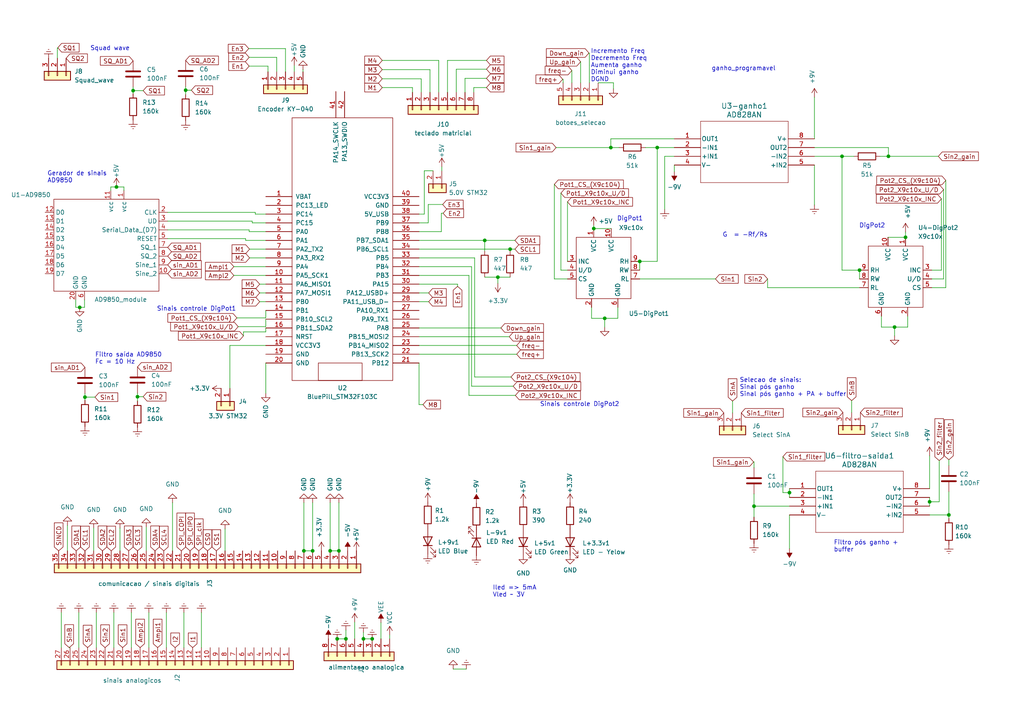
<source format=kicad_sch>
(kicad_sch (version 20230121) (generator eeschema)
  (paper "A4")
  (title_block (title "Barramento V04") (date "2024-02-05") (rev "v04") (company "EITduino") (comment 1 "Autor: Gustavo Pinheiro") (comment 2 "Barramento proposto para uma placa 90x100 mm") (comment 3 "Placa face dupla") (comment 4 "Pinos AGND e DGND") (comment 5 "capacitor 100nF ceramico") (comment 6 "capacitores uF tantalo"))
  (junction (at 100.3288 185.293))
  (junction (at 97.7888 185.293))
  (junction (at 262.636 68.834))
  (junction (at 257.683 45.339))
  (junction (at 269.621 145.542))
  (junction (at 172.212 66.294))
  (junction (at 244.221 45.339))
  (junction (at 53.848 26.162))
  (junction (at 107.9488 185.293))
  (junction (at 147.955 72.263))
  (junction (at 33.782 54.229))
  (junction (at 228.981 142.875))
  (junction (at 88.138 159.766))
  (junction (at 218.694 146.812))
  (junction (at 140.589 69.723))
  (junction (at 177.165 42.799))
  (junction (at 259.461 94.869))
  (junction (at 95.758 159.766))
  (junction (at 190.627 42.799))
  (junction (at 185.547 75.819))
  (junction (at 98.298 159.766))
  (junction (at 175.387 92.329))
  (junction (at 38.608 26.289))
  (junction (at 249.301 78.359))
  (junction (at 24.638 115.189))
  (junction (at 90.678 159.766))
  (junction (at 275.209 149.352))
  (junction (at 39.878 115.062))
  (junction (at 144.399 80.391))
  (junction (at 23.114 89.154))
  (junction (at 105.4088 185.293))
  (wire (pts (xy 172.212 65.405) (xy 172.212 66.294)))
  (wire (pts (xy 149.86 102.743) (xy 121.539 102.743)))
  (wire (pts (xy 97.7888 185.293) (xy 100.3288 185.293)))
  (wire (pts (xy 147.955 72.263) (xy 147.955 72.771)))
  (wire (pts (xy 121.539 72.263) (xy 147.955 72.263)))
  (wire (pts (xy 124.206 59.309) (xy 124.206 64.643)))
  (wire (pts (xy 17.7788 177.673) (xy 17.7788 187.833)))
  (wire (pts (xy 72.39 74.803) (xy 77.089 74.803)))
  (wire (pts (xy 190.627 42.799) (xy 195.58 42.799)))
  (wire (pts (xy 87.884 20.193) (xy 87.884 20.828)))
  (wire (pts (xy 77.089 94.742) (xy 77.089 92.583)))
  (wire (pts (xy 27.559 115.189) (xy 24.638 115.189)))
  (wire (pts (xy 131.445 194.056) (xy 135.255 194.056)))
  (wire (pts (xy 21.971 86.995) (xy 21.971 89.154)))
  (wire (pts (xy 110.871 25.4) (xy 119.634 25.4)))
  (wire (pts (xy 190.627 75.819) (xy 185.547 75.819)))
  (wire (pts (xy 16.764 13.97) (xy 16.764 13.843)))
  (wire (pts (xy 137.668 74.803) (xy 137.668 109.347)))
  (wire (pts (xy 177.927 24.003) (xy 173.482 24.003)))
  (wire (pts (xy 102.8688 180.467) (xy 102.8688 185.293)))
  (wire (pts (xy 27.9388 177.673) (xy 27.9388 187.833)))
  (wire (pts (xy 121.539 77.343) (xy 136.779 77.343)))
  (wire (pts (xy 88.138 145.796) (xy 88.138 159.766)))
  (wire (pts (xy 140.589 69.723) (xy 149.352 69.723)))
  (wire (pts (xy 128.143 49.53) (xy 128.143 48.387)))
  (wire (pts (xy 163.322 22.987) (xy 163.322 24.003)))
  (wire (pts (xy 236.22 45.339) (xy 244.221 45.339)))
  (wire (pts (xy 185.547 75.819) (xy 185.547 78.359)))
  (wire (pts (xy 127.254 26.797) (xy 127.254 17.526)))
  (wire (pts (xy 262.636 67.31) (xy 262.636 68.834)))
  (wire (pts (xy 27.178 153.162) (xy 27.178 159.766)))
  (wire (pts (xy 275.209 133.35) (xy 275.209 135.001)))
  (wire (pts (xy 72.263 67.183) (xy 72.263 66.675)))
  (wire (pts (xy 273.685 54.991) (xy 273.685 80.899)))
  (wire (pts (xy 179.197 92.329) (xy 179.197 89.154)))
  (wire (pts (xy 179.197 92.329) (xy 175.387 92.329)))
  (wire (pts (xy 82.804 20.828) (xy 82.804 14.097)))
  (wire (pts (xy 141.097 22.733) (xy 134.874 22.733)))
  (wire (pts (xy 119.634 25.4) (xy 119.634 26.797)))
  (wire (pts (xy 66.675 100.203) (xy 77.089 100.203)))
  (wire (pts (xy 24.511 86.995) (xy 24.511 89.154)))
  (wire (pts (xy 228.981 159.131) (xy 228.981 149.352)))
  (wire (pts (xy 274.32 52.324) (xy 274.32 83.439)))
  (wire (pts (xy 90.678 145.796) (xy 90.678 159.766)))
  (wire (pts (xy 141.097 17.526) (xy 129.794 17.526)))
  (wire (pts (xy 105.4071 184.613) (xy 105.4088 184.613)))
  (wire (pts (xy 236.22 42.799) (xy 257.683 42.799)))
  (wire (pts (xy 22.8588 177.673) (xy 22.8588 187.833)))
  (wire (pts (xy 21.971 89.154) (xy 23.114 89.154)))
  (wire (pts (xy 177.927 25.781) (xy 177.927 24.003)))
  (wire (pts (xy 275.209 149.352) (xy 275.209 150.368)))
  (wire (pts (xy 53.3388 177.673) (xy 53.3388 187.833)))
  (wire (pts (xy 85.344 19.05) (xy 85.344 20.828)))
  (wire (pts (xy 170.815 15.367) (xy 170.815 15.494)))
  (wire (pts (xy 71.247 69.723) (xy 71.247 69.215)))
  (wire (pts (xy 244.221 78.359) (xy 249.301 78.359)))
  (wire (pts (xy 124.714 20.193) (xy 110.871 20.193)))
  (wire (pts (xy 163.195 22.987) (xy 163.322 22.987)))
  (wire (pts (xy 273.05 57.658) (xy 273.05 78.359)))
  (wire (pts (xy 105.4071 183.4016) (xy 105.4071 184.613)))
  (wire (pts (xy 136.779 112.014) (xy 148.844 112.014)))
  (wire (pts (xy 160.782 80.899) (xy 164.592 80.899)))
  (wire (pts (xy 164.592 58.547) (xy 164.592 75.819)))
  (wire (pts (xy 121.539 62.103) (xy 123.063 62.103)))
  (wire (pts (xy 121.539 69.723) (xy 140.589 69.723)))
  (wire (pts (xy 132.715 83.058) (xy 132.715 82.423)))
  (wire (pts (xy 66.675 112.649) (xy 66.675 100.203)))
  (wire (pts (xy 68.707 92.202) (xy 77.089 92.202)))
  (wire (pts (xy 134.874 22.733) (xy 134.874 26.797)))
  (wire (pts (xy 149.86 100.203) (xy 121.539 100.203)))
  (wire (pts (xy 171.577 92.329) (xy 171.577 89.154)))
  (wire (pts (xy 16.637 13.97) (xy 16.764 13.97)))
  (wire (pts (xy 77.089 114.046) (xy 77.089 105.283)))
  (wire (pts (xy 249.301 83.439) (xy 222.631 83.439)))
  (wire (pts (xy 273.685 80.899) (xy 270.256 80.899)))
  (wire (pts (xy 77.724 19.177) (xy 77.724 20.828)))
  (wire (pts (xy 41.529 26.289) (xy 38.608 26.289)))
  (wire (pts (xy 124.333 87.503) (xy 121.539 87.503)))
  (wire (pts (xy 123.063 62.103) (xy 123.063 49.53)))
  (wire (pts (xy 100.3288 182.753) (xy 100.3288 185.293)))
  (wire (pts (xy 222.631 83.439) (xy 222.631 80.899)))
  (wire (pts (xy 249.301 78.359) (xy 249.301 80.899)))
  (wire (pts (xy 275.209 142.621) (xy 275.209 149.352)))
  (wire (pts (xy 67.818 77.343) (xy 77.089 77.343)))
  (wire (pts (xy 140.589 69.723) (xy 140.589 72.771)))
  (wire (pts (xy 72.39 72.263) (xy 77.089 72.263)))
  (wire (pts (xy 136.017 79.883) (xy 136.017 114.681)))
  (wire (pts (xy 269.621 144.272) (xy 269.621 145.542)))
  (wire (pts (xy 127.254 17.526) (xy 110.871 17.526)))
  (wire (pts (xy 168.402 17.907) (xy 168.402 24.003)))
  (wire (pts (xy 207.518 80.899) (xy 185.547 80.899)))
  (wire (pts (xy 75.311 82.423) (xy 77.089 82.423)))
  (wire (pts (xy 218.567 133.985) (xy 218.694 133.985)))
  (wire (pts (xy 179.578 42.799) (xy 177.165 42.799)))
  (wire (pts (xy 32.131 54.229) (xy 33.782 54.229)))
  (wire (pts (xy 121.539 105.283) (xy 121.539 117.348)))
  (wire (pts (xy 65.278 153.416) (xy 65.278 159.766)))
  (wire (pts (xy 255.651 94.869) (xy 259.461 94.869)))
  (wire (pts (xy 141.097 25.4) (xy 137.414 25.4)))
  (wire (pts (xy 58.4188 177.673) (xy 58.4188 187.833)))
  (wire (pts (xy 137.668 109.347) (xy 148.209 109.347)))
  (wire (pts (xy 110.489 180.6099) (xy 110.489 185.293)))
  (wire (pts (xy 236.22 59.436) (xy 236.22 47.879)))
  (wire (pts (xy 128.016 67.183) (xy 121.539 67.183)))
  (wire (pts (xy 192.786 45.339) (xy 195.58 45.339)))
  (wire (pts (xy 72.263 19.177) (xy 77.724 19.177)))
  (wire (pts (xy 190.627 75.819) (xy 190.627 42.799)))
  (wire (pts (xy 110.489 185.293) (xy 110.4888 185.293)))
  (wire (pts (xy 95.758 159.766) (xy 98.298 159.766)))
  (wire (pts (xy 218.694 146.812) (xy 228.981 146.812)))
  (wire (pts (xy 105.4088 184.613) (xy 105.4088 185.293)))
  (wire (pts (xy 269.621 145.542) (xy 269.621 146.812)))
  (wire (pts (xy 255.27 45.339) (xy 257.683 45.339)))
  (wire (pts (xy 67.818 79.883) (xy 77.089 79.883)))
  (wire (pts (xy 24.638 115.189) (xy 24.638 114.173)))
  (wire (pts (xy 24.511 89.154) (xy 23.114 89.154)))
  (wire (pts (xy 53.848 27.432) (xy 53.848 26.162)))
  (wire (pts (xy 70.612 96.266) (xy 70.612 97.409)))
  (wire (pts (xy 48.641 69.215) (xy 71.247 69.215)))
  (wire (pts (xy 274.32 83.439) (xy 270.256 83.439)))
  (wire (pts (xy 38.0988 177.673) (xy 38.0988 187.833)))
  (wire (pts (xy 190.627 42.799) (xy 187.198 42.799)))
  (wire (pts (xy 77.089 96.266) (xy 77.089 95.123)))
  (wire (pts (xy 175.387 92.329) (xy 171.577 92.329)))
  (wire (pts (xy 24.638 116.078) (xy 24.638 115.189)))
  (wire (pts (xy 165.862 20.447) (xy 165.862 24.003)))
  (wire (pts (xy 227.076 132.461) (xy 227.076 142.875)))
  (wire (pts (xy 122.174 26.797) (xy 122.174 22.86)))
  (wire (pts (xy 121.539 82.423) (xy 132.715 82.423)))
  (wire (pts (xy 77.089 67.183) (xy 72.263 67.183)))
  (wire (pts (xy 77.089 62.103) (xy 74.041 62.103)))
  (wire (pts (xy 195.58 47.879) (xy 195.58 49.784)))
  (wire (pts (xy 170.942 15.494) (xy 170.942 24.003)))
  (wire (pts (xy 145.288 95.123) (xy 121.539 95.123)))
  (wire (pts (xy 257.683 45.339) (xy 272.161 45.339)))
  (wire (pts (xy 244.221 45.339) (xy 247.65 45.339)))
  (wire (pts (xy 177.165 40.259) (xy 177.165 42.799)))
  (wire (pts (xy 95.758 145.796) (xy 95.758 159.766)))
  (wire (pts (xy 141.097 20.066) (xy 132.334 20.066)))
  (wire (pts (xy 218.694 146.812) (xy 218.694 149.987)))
  (wire (pts (xy 34.798 153.162) (xy 34.798 159.766)))
  (wire (pts (xy 70.612 96.266) (xy 77.089 96.266)))
  (wire (pts (xy 269.621 132.207) (xy 269.621 141.732)))
  (wire (pts (xy 69.088 94.742) (xy 77.089 94.742)))
  (wire (pts (xy 123.063 49.53) (xy 125.603 49.53)))
  (wire (pts (xy 75.311 84.963) (xy 77.089 84.963)))
  (wire (pts (xy 72.263 16.637) (xy 80.264 16.637)))
  (wire (pts (xy 140.589 80.391) (xy 144.399 80.391)))
  (wire (pts (xy 129.794 17.526) (xy 129.794 26.797)))
  (wire (pts (xy 162.687 78.359) (xy 164.592 78.359)))
  (wire (pts (xy 272.415 133.604) (xy 272.415 145.542)))
  (wire (pts (xy 82.804 14.097) (xy 72.136 14.097)))
  (wire (pts (xy 160.782 53.467) (xy 160.782 80.899)))
  (wire (pts (xy 113.03 184.186) (xy 113.03 185.293)))
  (wire (pts (xy 136.017 114.681) (xy 149.479 114.681)))
  (wire (pts (xy 218.694 146.812) (xy 218.694 143.256)))
  (wire (pts (xy 48.641 66.675) (xy 72.263 66.675)))
  (wire (pts (xy 257.556 68.834) (xy 262.636 68.834)))
  (wire (pts (xy 98.298 145.796) (xy 98.298 159.766)))
  (wire (pts (xy 113.0288 185.293) (xy 113.03 185.293)))
  (wire (pts (xy 41.529 115.062) (xy 39.878 115.062)))
  (wire (pts (xy 121.539 79.883) (xy 136.017 79.883)))
  (wire (pts (xy 272.415 145.542) (xy 269.621 145.542)))
  (wire (pts (xy 218.694 133.985) (xy 218.694 135.636)))
  (wire (pts (xy 147.701 97.663) (xy 121.539 97.663)))
  (wire (pts (xy 32.131 55.245) (xy 32.131 54.229)))
  (wire (pts (xy 128.524 61.849) (xy 128.016 61.849)))
  (wire (pts (xy 273.05 78.359) (xy 270.256 78.359)))
  (wire (pts (xy 16.637 16.891) (xy 16.637 13.97)))
  (wire (pts (xy 88.138 159.766) (xy 90.678 159.766)))
  (wire (pts (xy 53.848 26.162) (xy 53.848 25.146)))
  (wire (pts (xy 263.271 94.869) (xy 263.271 91.694)))
  (wire (pts (xy 20.3188 187.833) (xy 20.0648 187.833)))
  (wire (pts (xy 74.041 62.103) (xy 74.041 61.595)))
  (wire (pts (xy 247.015 116.205) (xy 247.015 119.634)))
  (wire (pts (xy 77.089 64.643) (xy 73.152 64.643)))
  (wire (pts (xy 124.714 26.797) (xy 124.714 20.193)))
  (wire (pts (xy 35.941 55.245) (xy 35.941 54.229)))
  (wire (pts (xy 228.981 141.732) (xy 228.981 142.875)))
  (wire (pts (xy 48.641 64.135) (xy 73.152 64.135)))
  (wire (pts (xy 73.152 64.643) (xy 73.152 64.135)))
  (wire (pts (xy 137.414 25.4) (xy 137.414 26.797)))
  (wire (pts (xy 124.206 64.643) (xy 121.539 64.643)))
  (wire (pts (xy 132.334 20.066) (xy 132.334 26.797)))
  (wire (pts (xy 147.955 72.263) (xy 149.352 72.263)))
  (wire (pts (xy 255.651 94.869) (xy 255.651 91.694)))
  (wire (pts (xy 170.815 15.494) (xy 170.942 15.494)))
  (wire (pts (xy 128.397 59.309) (xy 124.206 59.309)))
  (wire (pts (xy 121.539 117.348) (xy 122.682 117.348)))
  (wire (pts (xy 124.333 84.963) (xy 121.539 84.963)))
  (wire (pts (xy 39.878 115.062) (xy 39.878 114.046)))
  (wire (pts (xy 259.461 94.869) (xy 263.271 94.869)))
  (wire (pts (xy 39.878 116.332) (xy 39.878 115.062)))
  (wire (pts (xy 162.687 56.007) (xy 162.687 78.359)))
  (wire (pts (xy 244.221 78.359) (xy 244.221 45.339)))
  (wire (pts (xy 192.786 60.706) (xy 192.786 45.339)))
  (wire (pts (xy 75.311 87.503) (xy 77.089 87.503)))
  (wire (pts (xy 177.165 42.799) (xy 161.29 42.799)))
  (wire (pts (xy 105.4088 185.293) (xy 107.9488 185.293)))
  (wire (pts (xy 77.089 92.202) (xy 77.089 90.043)))
  (wire (pts (xy 38.608 26.289) (xy 38.608 25.273)))
  (wire (pts (xy 48.641 61.595) (xy 74.041 61.595)))
  (wire (pts (xy 19.558 152.4) (xy 19.558 159.766)))
  (wire (pts (xy 175.387 92.329) (xy 175.387 94.869)))
  (wire (pts (xy 228.981 142.875) (xy 228.981 144.272)))
  (wire (pts (xy 212.471 116.332) (xy 212.471 119.761)))
  (wire (pts (xy 177.292 66.294) (xy 172.212 66.294)))
  (wire (pts (xy 144.399 80.391) (xy 144.399 82.169)))
  (wire (pts (xy 43.1788 177.673) (xy 43.1788 187.833)))
  (wire (pts (xy 42.418 152.908) (xy 42.418 159.766)))
  (wire (pts (xy 38.608 27.178) (xy 38.608 26.289)))
  (wire (pts (xy 33.0188 177.673) (xy 33.0188 187.833)))
  (wire (pts (xy 227.076 142.875) (xy 228.981 142.875)))
  (wire (pts (xy 257.683 42.799) (xy 257.683 45.339)))
  (wire (pts (xy 77.089 69.723) (xy 71.247 69.723)))
  (wire (pts (xy 269.621 149.352) (xy 275.209 149.352)))
  (wire (pts (xy 50.038 145.796) (xy 50.038 159.766)))
  (wire (pts (xy 35.941 54.229) (xy 33.782 54.229)))
  (wire (pts (xy 147.955 80.391) (xy 144.399 80.391)))
  (wire (pts (xy 55.499 26.162) (xy 53.848 26.162)))
  (wire (pts (xy 80.264 16.637) (xy 80.264 20.828)))
  (wire (pts (xy 177.165 40.259) (xy 195.58 40.259)))
  (wire (pts (xy 128.016 61.849) (xy 128.016 67.183)))
  (wire (pts (xy 48.2588 177.673) (xy 48.2588 187.833)))
  (wire (pts (xy 122.174 22.86) (xy 110.871 22.86)))
  (wire (pts (xy 236.22 28.194) (xy 236.22 40.259)))
  (wire (pts (xy 136.779 77.343) (xy 136.779 112.014)))
  (wire (pts (xy 121.539 74.803) (xy 137.668 74.803)))
  (wire (pts (xy 259.461 94.869) (xy 259.461 97.409)))
  (text "Iled => 5mA\nVled ~ 3V" (at 142.875 173.355 0) (effects (font (size 1.27 1.27)) (justify left bottom)))
  (text "DigPot1\n" (at 178.943 64.262 0) (effects (font (size 1.27 1.27)) (justify left bottom)))
  (text "Squad wave\n" (at 26.162 14.859 0) (effects (font (size 1.27 1.27)) (justify left bottom)))
  (text "Filtro saída AD9850\nFc = 10 Hz\n" (at 27.559 105.791 0) (effects (font (size 1.27 1.27)) (justify left bottom)))
  (text "Filtro pós ganho +\nbuffer\n" (at 241.808 160.274 0) (effects (font (size 1.27 1.27)) (justify left bottom)))
  (text "DigPot2\n" (at 249.174 66.294 0) (effects (font (size 1.27 1.27)) (justify left bottom)))
  (text "Gerador de sinais\nAD9850\n" (at 13.716 53.213 0) (effects (font (size 1.27 1.27)) (justify left bottom)))
  (text "Sinais controle DigPot2\n\n" (at 156.591 120.142 0) (effects (font (size 1.27 1.27)) (justify left bottom)))
  (text "Incremento Freq\nDecremento Freq\nAumenta ganho\nDiminui ganho\nDGND" (at 171.323 23.876 0) (effects (font (size 1.27 1.27)) (justify left bottom)))
  (text "Selecao de sinais:\nSinal pós ganho\nSinal pós ganho + PA + buffer\n" (at 214.503 115.189 0) (effects (font (size 1.27 1.27)) (justify left bottom)))
  (text "ganho_programavel\n" (at 206.375 20.701 0) (effects (font (size 1.27 1.27)) (justify left bottom)))
  (text "Sinais controle DigPot1\n" (at 45.466 90.424 0) (effects (font (size 1.27 1.27)) (justify left bottom)))
  (text "G  = -Rf/Rs\n" (at 209.55 68.961 0) (effects (font (size 1.27 1.27)) (justify left bottom)))
  (global_label "sin_AD2" (shape input) (at 48.641 79.375 0) (property "Intersheetrefs" "${INTERSHEET_REFS}" (effects hide)))
  (global_label "Sin1_filter" (shape input) (at 227.076 132.461 0) (property "Intersheetrefs" "${INTERSHEET_REFS}" (effects hide)))
  (global_label "Sin1" (shape input) (at 207.518 80.899 0) (property "Intersheetrefs" "${INTERSHEET_REFS}" (effects hide)))
  (global_label "SPI_clk" (shape input) (at 57.658 159.766 90) (property "Intersheetrefs" "${INTERSHEET_REFS}" (effects hide)))
  (global_label "Sin1_gain" (shape input) (at 218.567 133.985 180) (property "Intersheetrefs" "${INTERSHEET_REFS}" (effects hide)))
  (global_label "I1" (shape input) (at 55.8788 187.833 90) (property "Intersheetrefs" "${INTERSHEET_REFS}" (effects hide)))
  (global_label "Up_gain" (shape input) (at 147.701 97.663 0) (property "Intersheetrefs" "${INTERSHEET_REFS}" (effects hide)))
  (global_label "M3" (shape input) (at 110.871 20.193 180) (property "Intersheetrefs" "${INTERSHEET_REFS}" (effects hide)))
  (global_label "SDA3" (shape input) (at 37.338 159.766 90) (property "Intersheetrefs" "${INTERSHEET_REFS}" (effects hide)))
  (global_label "Sin2" (shape input) (at 41.529 115.062 0) (property "Intersheetrefs" "${INTERSHEET_REFS}" (effects hide)))
  (global_label "M7" (shape input) (at 75.311 87.503 180) (property "Intersheetrefs" "${INTERSHEET_REFS}" (effects hide)))
  (global_label "CS1" (shape input) (at 62.738 159.766 90) (property "Intersheetrefs" "${INTERSHEET_REFS}" (effects hide)))
  (global_label "M4" (shape input) (at 124.333 87.503 0) (property "Intersheetrefs" "${INTERSHEET_REFS}" (effects hide)))
  (global_label "SDA2" (shape input) (at 29.718 159.766 90) (property "Intersheetrefs" "${INTERSHEET_REFS}" (effects hide)))
  (global_label "Pot1_CS_(X9c104)" (shape input) (at 160.782 53.467 0) (property "Intersheetrefs" "${INTERSHEET_REFS}" (effects hide)))
  (global_label "Pot1_X9c10x_INC" (shape input) (at 164.592 58.547 0) (property "Intersheetrefs" "${INTERSHEET_REFS}" (effects hide)))
  (global_label "Pot2_CS_(X9c104)" (shape input) (at 148.209 109.347 0) (property "Intersheetrefs" "${INTERSHEET_REFS}" (effects hide)))
  (global_label "Ampl1" (shape input) (at 45.7188 187.833 90) (property "Intersheetrefs" "${INTERSHEET_REFS}" (effects hide)))
  (global_label "freq-" (shape input) (at 165.862 20.447 180) (property "Intersheetrefs" "${INTERSHEET_REFS}" (effects hide)))
  (global_label "SDA1" (shape input) (at 22.098 159.766 90) (property "Intersheetrefs" "${INTERSHEET_REFS}" (effects hide)))
  (global_label "M5" (shape input) (at 75.311 82.423 180) (property "Intersheetrefs" "${INTERSHEET_REFS}" (effects hide)))
  (global_label "M4" (shape input) (at 110.871 17.526 180) (property "Intersheetrefs" "${INTERSHEET_REFS}" (effects hide)))
  (global_label "Sin2" (shape input) (at 222.631 80.899 180) (property "Intersheetrefs" "${INTERSHEET_REFS}" (effects hide)))
  (global_label "Sin2_filter" (shape input) (at 272.415 133.604 90) (property "Intersheetrefs" "${INTERSHEET_REFS}" (effects hide)))
  (global_label "M6" (shape input) (at 75.311 84.963 180) (property "Intersheetrefs" "${INTERSHEET_REFS}" (effects hide)))
  (global_label "sin_AD2" (shape input) (at 39.878 106.426 0) (property "Intersheetrefs" "${INTERSHEET_REFS}" (effects hide)))
  (global_label "En2" (shape input) (at 72.263 16.637 180) (property "Intersheetrefs" "${INTERSHEET_REFS}" (effects hide)))
  (global_label "Ampl2" (shape input) (at 40.6388 187.833 90) (property "Intersheetrefs" "${INTERSHEET_REFS}" (effects hide)))
  (global_label "Sin1" (shape input) (at 27.559 115.189 0) (property "Intersheetrefs" "${INTERSHEET_REFS}" (effects hide)))
  (global_label "Sin2_gain" (shape input) (at 244.475 119.634 180) (property "Intersheetrefs" "${INTERSHEET_REFS}" (effects hide)))
  (global_label "Pot2_X9c10x_U{slash}D" (shape input) (at 273.685 54.991 180) (property "Intersheetrefs" "${INTERSHEET_REFS}" (effects hide)))
  (global_label "SQ_AD2" (shape input) (at 53.848 17.526 0) (property "Intersheetrefs" "${INTERSHEET_REFS}" (effects hide)))
  (global_label "SQ2" (shape input) (at 55.499 26.162 0) (property "Intersheetrefs" "${INTERSHEET_REFS}" (effects hide)))
  (global_label "Pot1_X9c10x_INC" (shape input) (at 70.612 97.409 180) (property "Intersheetrefs" "${INTERSHEET_REFS}" (effects hide)))
  (global_label "SQ_AD2" (shape input) (at 48.641 74.295 0) (property "Intersheetrefs" "${INTERSHEET_REFS}" (effects hide)))
  (global_label "M1" (shape input) (at 72.39 72.263 180) (property "Intersheetrefs" "${INTERSHEET_REFS}" (effects hide)))
  (global_label "SCL2" (shape input) (at 32.258 159.766 90) (property "Intersheetrefs" "${INTERSHEET_REFS}" (effects hide)))
  (global_label "SCL3" (shape input) (at 39.878 159.766 90) (property "Intersheetrefs" "${INTERSHEET_REFS}" (effects hide)))
  (global_label "Sin2" (shape input) (at 30.4788 187.833 90) (property "Intersheetrefs" "${INTERSHEET_REFS}" (effects hide)))
  (global_label "sin_AD1" (shape input) (at 48.641 76.835 0) (property "Intersheetrefs" "${INTERSHEET_REFS}" (effects hide)))
  (global_label "M6" (shape input) (at 141.097 20.066 0) (property "Intersheetrefs" "${INTERSHEET_REFS}" (effects hide)))
  (global_label "M2" (shape input) (at 110.871 22.86 180) (property "Intersheetrefs" "${INTERSHEET_REFS}" (effects hide)))
  (global_label "En1" (shape input) (at 72.263 19.177 180) (property "Intersheetrefs" "${INTERSHEET_REFS}" (effects hide)))
  (global_label "Down_gain" (shape input) (at 170.815 15.367 180) (property "Intersheetrefs" "${INTERSHEET_REFS}" (effects hide)))
  (global_label "SCL4" (shape input) (at 47.498 159.766 90) (property "Intersheetrefs" "${INTERSHEET_REFS}" (effects hide)))
  (global_label "freq-" (shape input) (at 149.86 100.203 0) (property "Intersheetrefs" "${INTERSHEET_REFS}" (effects hide)))
  (global_label "SPI_CIPO" (shape input) (at 55.118 159.766 90) (property "Intersheetrefs" "${INTERSHEET_REFS}" (effects hide)))
  (global_label "Pot1_X9c10x_U{slash}D" (shape input) (at 69.088 94.742 180) (property "Intersheetrefs" "${INTERSHEET_REFS}" (effects hide)))
  (global_label "SinA" (shape input) (at 25.3988 187.833 90) (property "Intersheetrefs" "${INTERSHEET_REFS}" (effects hide)))
  (global_label "SINCD" (shape input) (at 17.018 159.766 90) (property "Intersheetrefs" "${INTERSHEET_REFS}" (effects hide)))
  (global_label "Sin1_filter" (shape input) (at 215.011 119.761 0) (property "Intersheetrefs" "${INTERSHEET_REFS}" (effects hide)))
  (global_label "Down_gain" (shape input) (at 145.288 95.123 0) (property "Intersheetrefs" "${INTERSHEET_REFS}" (effects hide)))
  (global_label "freq+" (shape input) (at 163.195 22.987 180) (property "Intersheetrefs" "${INTERSHEET_REFS}" (effects hide)))
  (global_label "M5" (shape input) (at 141.097 17.526 0) (property "Intersheetrefs" "${INTERSHEET_REFS}" (effects hide)))
  (global_label "SinA" (shape input) (at 212.471 116.332 90) (property "Intersheetrefs" "${INTERSHEET_REFS}" (effects hide)))
  (global_label "Up_gain" (shape input) (at 168.402 17.907 180) (property "Intersheetrefs" "${INTERSHEET_REFS}" (effects hide)))
  (global_label "freq+" (shape input) (at 149.86 102.743 0) (property "Intersheetrefs" "${INTERSHEET_REFS}" (effects hide)))
  (global_label "I2" (shape input) (at 50.7988 187.833 90) (property "Intersheetrefs" "${INTERSHEET_REFS}" (effects hide)))
  (global_label "Sin1_gain" (shape input) (at 209.931 119.761 180) (property "Intersheetrefs" "${INTERSHEET_REFS}" (effects hide)))
  (global_label "Ampl1" (shape input) (at 67.818 77.343 180) (property "Intersheetrefs" "${INTERSHEET_REFS}" (effects hide)))
  (global_label "Pot2_X9c10x_INC" (shape input) (at 273.05 57.658 180) (property "Intersheetrefs" "${INTERSHEET_REFS}" (effects hide)))
  (global_label "SQ_AD1" (shape input) (at 48.641 71.755 0) (property "Intersheetrefs" "${INTERSHEET_REFS}" (effects hide)))
  (global_label "SinB" (shape input) (at 247.015 116.205 90) (property "Intersheetrefs" "${INTERSHEET_REFS}" (effects hide)))
  (global_label "Sin2_filter" (shape input) (at 249.555 119.634 0) (property "Intersheetrefs" "${INTERSHEET_REFS}" (effects hide)))
  (global_label "CS0" (shape input) (at 60.198 159.766 90) (property "Intersheetrefs" "${INTERSHEET_REFS}" (effects hide)))
  (global_label "M7" (shape input) (at 141.097 22.733 0) (property "Intersheetrefs" "${INTERSHEET_REFS}" (effects hide)))
  (global_label "Pot1_X9c10x_U{slash}D" (shape input) (at 162.687 56.007 0) (property "Intersheetrefs" "${INTERSHEET_REFS}" (effects hide)))
  (global_label "M1" (shape input) (at 110.871 25.4 180) (property "Intersheetrefs" "${INTERSHEET_REFS}" (effects hide)))
  (global_label "Pot2_X9c10x_INC" (shape input) (at 149.479 114.681 0) (property "Intersheetrefs" "${INTERSHEET_REFS}" (effects hide)))
  (global_label "En3" (shape input) (at 72.136 14.097 180) (property "Intersheetrefs" "${INTERSHEET_REFS}" (effects hide)))
  (global_label "En1" (shape input) (at 132.715 83.058 270) (property "Intersheetrefs" "${INTERSHEET_REFS}" (effects hide)))
  (global_label "SinB" (shape input) (at 20.0648 187.833 90) (property "Intersheetrefs" "${INTERSHEET_REFS}" (effects hide)))
  (global_label "Pot2_CS_(X9c104)" (shape input) (at 274.32 52.324 180) (property "Intersheetrefs" "${INTERSHEET_REFS}" (effects hide)))
  (global_label "SQ_AD1" (shape input) (at 38.608 17.653 180) (property "Intersheetrefs" "${INTERSHEET_REFS}" (effects hide)))
  (global_label "M3" (shape input) (at 124.333 84.963 0) (property "Intersheetrefs" "${INTERSHEET_REFS}" (effects hide)))
  (global_label "Pot1_CS_(X9c104)" (shape input) (at 68.707 92.202 180) (property "Intersheetrefs" "${INTERSHEET_REFS}" (effects hide)))
  (global_label "SQ1" (shape input) (at 16.764 13.843 0) (property "Intersheetrefs" "${INTERSHEET_REFS}" (effects hide)))
  (global_label "Sin1" (shape input) (at 35.5588 187.833 90) (property "Intersheetrefs" "${INTERSHEET_REFS}" (effects hide)))
  (global_label "SQ2" (shape input) (at 19.177 16.891 0) (property "Intersheetrefs" "${INTERSHEET_REFS}" (effects hide)))
  (global_label "M8" (shape input) (at 141.097 25.4 0) (property "Intersheetrefs" "${INTERSHEET_REFS}" (effects hide)))
  (global_label "Pot2_X9c10x_U{slash}D" (shape input) (at 148.844 112.014 0) (property "Intersheetrefs" "${INTERSHEET_REFS}" (effects hide)))
  (global_label "M8" (shape input) (at 122.682 117.348 0) (property "Intersheetrefs" "${INTERSHEET_REFS}" (effects hide)))
  (global_label "SCL1" (shape input) (at 24.638 159.766 90) (property "Intersheetrefs" "${INTERSHEET_REFS}" (effects hide)))
  (global_label "En3" (shape input) (at 128.397 59.309 0) (property "Intersheetrefs" "${INTERSHEET_REFS}" (effects hide)))
  (global_label "M2" (shape input) (at 72.39 74.803 180) (property "Intersheetrefs" "${INTERSHEET_REFS}" (effects hide)))
  (global_label "SPI_COPI" (shape input) (at 52.578 159.766 90) (property "Intersheetrefs" "${INTERSHEET_REFS}" (effects hide)))
  (global_label "Sin1_gain" (shape input) (at 161.29 42.799 180) (property "Intersheetrefs" "${INTERSHEET_REFS}" (effects hide)))
  (global_label "SDA4" (shape input) (at 44.958 159.766 90) (property "Intersheetrefs" "${INTERSHEET_REFS}" (effects hide)))
  (global_label "SDA1" (shape input) (at 149.352 69.723 0) (property "Intersheetrefs" "${INTERSHEET_REFS}" (effects hide)))
  (global_label "sin_AD1" (shape input) (at 24.638 106.553 180) (property "Intersheetrefs" "${INTERSHEET_REFS}" (effects hide)))
  (global_label "Sin2_gain" (shape input) (at 272.161 45.339 0) (property "Intersheetrefs" "${INTERSHEET_REFS}" (effects hide)))
  (global_label "SCL1" (shape input) (at 149.352 72.263 0) (property "Intersheetrefs" "${INTERSHEET_REFS}" (effects hide)))
  (global_label "Sin2_gain" (shape input) (at 275.209 133.35 90) (property "Intersheetrefs" "${INTERSHEET_REFS}" (effects hide)))
  (global_label "Ampl2" (shape input) (at 67.818 79.883 180) (property "Intersheetrefs" "${INTERSHEET_REFS}" (effects hide)))
  (global_label "SQ1" (shape input) (at 41.529 26.289 0) (property "Intersheetrefs" "${INTERSHEET_REFS}" (effects hide)))
  (global_label "En2" (shape input) (at 128.524 61.849 0) (property "Intersheetrefs" "${INTERSHEET_REFS}" (effects hide)))
  (symbol (lib_id "power:GND") (at 77.089 114.046 0) (unit 1)
    (property "Reference" "#PWR044" (effects hide))
    (property "Value" "GND" (at 77.089 119.38 90))
  )
  (symbol (lib_id "power:+9V") (at 269.621 132.207 0) (unit 1)
    (property "Reference" "#PWR050" (effects hide))
    (property "Value" "+9V" (at 268.986 128.397 90) (effects (justify left)))
  )
  (symbol (lib_id "Device:LED") (at 151.765 157.226 90) (unit 1)
    (property "Reference" "L+5v1" (at 154.94 157.5435 90) (effects (justify right)))
    (property "Value" "LED Green" (at 154.94 160.0835 90) (effects (justify right)))
    (property "Footprint" "LED_THT:LED_D5.0mm" (effects hide))
  )
  (symbol (lib_id "power:Earth") (at 236.22 59.436 0) (unit 1)
    (property "Reference" "#PWR036" (effects hide))
    (property "Value" "Earth" (effects hide))
  )
  (symbol (lib_id "Device:LED") (at 124.079 156.972 90) (unit 1)
    (property "Reference" "L+9v1" (at 127 157.2895 90) (effects (justify right)))
    (property "Value" "LED Blue" (at 127 159.8295 90) (effects (justify right)))
    (property "Footprint" "LED_THT:LED_D5.0mm" (effects hide))
  )
  (symbol (lib_id "power:GND") (at 98.298 145.796 180) (unit 1)
    (property "Reference" "#PWR015" (effects hide))
    (property "Value" "GND" (at 98.298 140.462 90))
  )
  (symbol (lib_id "Connector_Generic:Conn_01x02") (at 66.675 117.729 270) (unit 1)
    (property "Reference" "J4" (at 69.215 116.459 90) (effects (justify left)))
    (property "Value" "3.3V STM32" (at 60.452 120.65 90) (effects (justify left)))
    (property "Footprint" "Connector_PinHeader_2.54mm:PinHeader_1x02_P2.54mm_Vertical" (effects hide))
  )
  (symbol (lib_id "power:+5V") (at 172.212 65.405 0) (unit 1)
    (property "Reference" "#PWR041" (effects hide))
    (property "Value" "+5V" (at 173.609 64.135 0) (effects (justify left)))
  )
  (symbol (lib_id "Device:R") (at 124.079 149.352 0) (unit 1)
    (property "Reference" "R1" (at 126.111 148.082 0) (effects (justify left)))
    (property "Value" "1.2k" (at 126.111 150.622 0) (effects (justify left)))
    (property "Footprint" "Resistor_THT:R_Axial_DIN0207_L6.3mm_D2.5mm_P7.62mm_Horizontal" (effects hide))
  )
  (symbol (lib_id "Device:R") (at 151.765 149.606 0) (unit 1)
    (property "Reference" "R3" (at 154.305 148.336 0) (effects (justify left)))
    (property "Value" "390" (at 154.305 150.876 0) (effects (justify left)))
    (property "Footprint" "Resistor_THT:R_Axial_DIN0207_L6.3mm_D2.5mm_P7.62mm_Horizontal" (effects hide))
  )
  (symbol (lib_id "power:Earth") (at 38.0988 177.673 180) (unit 1)
    (property "Reference" "#PWR07" (effects hide))
    (property "Value" "Earth" (effects hide))
  )
  (symbol (lib_id "power:Earth") (at 53.3388 177.673 180) (unit 1)
    (property "Reference" "#PWR027" (effects hide))
    (property "Value" "Earth" (effects hide))
  )
  (symbol (lib_id "power:+3.3V") (at 93.218 159.766 0) (unit 1)
    (property "Reference" "#PWR0130" (effects hide))
    (property "Value" "+3.3V" (at 92.583 155.956 90) (effects (justify left)))
  )
  (symbol (lib_id "power:-9V") (at 228.981 159.131 180) (unit 1)
    (property "Reference" "#PWR051" (effects hide))
    (property "Value" "-9V" (at 228.981 163.576 0))
  )
  (symbol (lib_id "power:Earth") (at 124.079 160.782 0) (unit 1)
    (property "Reference" "#PWR021" (effects hide))
    (property "Value" "Earth" (effects hide))
  )
  (symbol (lib_id "X9c10X_module:X9c10X_module") (at 174.752 78.359 0) (unit 1)
    (property "Reference" "U5-DigPot1" (at 182.372 90.932 0) (effects (justify left)))
    (property "Value" "X9c10x" (at 179.4861 66.04 0) (effects (justify left)))
    (property "Footprint" "X9c10X_module:X9c10X_module" (effects hide))
  )
  (symbol (lib_id "power:GND") (at 42.418 152.908 180) (unit 1)
    (property "Reference" "#PWR012" (effects hide))
    (property "Value" "GND" (at 42.418 147.574 0))
  )
  (symbol (lib_id "Connector_Generic:Conn_01x27") (at 50.7988 192.913 270) (unit 1)
    (property "Reference" "J2" (at 51.4338 195.453 0) (effects (justify left)))
    (property "Value" "sinais analogicos" (at 29.8438 197.358 90) (effects (justify left)))
    (property "Footprint" "Connector_PinHeader_2.54mm:PinHeader_1x27_P2.54mm_Vertical" (effects hide))
  )
  (symbol (lib_id "Device:R") (at 183.388 42.799 270) (mirror x) (unit 1)
    (property "Reference" "R6" (at 183.388 45.466 90))
    (property "Value" "51k" (at 183.388 48.006 90))
    (property "Footprint" "Resistor_THT:R_Axial_DIN0207_L6.3mm_D2.5mm_P7.62mm_Horizontal" (effects hide))
  )
  (symbol (lib_id "power:Earth") (at 53.848 35.052 0) (unit 1)
    (property "Reference" "#PWR054" (effects hide))
    (property "Value" "Earth" (effects hide))
  )
  (symbol (lib_id "Device:R") (at 24.638 119.888 0) (unit 1)
    (property "Reference" "R11" (at 27.305 118.618 0) (effects (justify left)))
    (property "Value" "160k" (at 27.305 121.158 0) (effects (justify left)))
    (property "Footprint" "Resistor_THT:R_Axial_DIN0207_L6.3mm_D2.5mm_P7.62mm_Horizontal" (effects hide))
  )
  (symbol (lib_id "Device:C") (at 53.848 21.336 0) (unit 1)
    (property "Reference" "C6" (at 57.785 20.066 0) (effects (justify left)))
    (property "Value" "100nF" (at 57.785 22.606 0) (effects (justify left)))
    (property "Footprint" "Capacitor_THT:C_Disc_D3.0mm_W1.6mm_P2.50mm" (effects hide))
  )
  (symbol (lib_id "power:Earth") (at 14.097 16.891 180) (unit 1)
    (property "Reference" "#PWR055" (effects hide))
    (property "Value" "Earth" (effects hide))
  )
  (symbol (lib_id "power:GND") (at 259.461 97.409 0) (mirror y) (unit 1)
    (property "Reference" "#PWR037" (effects hide))
    (property "Value" "Earth" (effects hide))
  )
  (symbol (lib_id "power:VEE") (at 110.489 180.6099 0) (unit 1)
    (property "Reference" "#PWR0123" (effects hide))
    (property "Value" "VEE" (at 110.4852 175.9995 90))
  )
  (symbol (lib_id "power:+3.3V") (at 64.135 112.649 90) (unit 1)
    (property "Reference" "#PWR043" (effects hide))
    (property "Value" "+3.3V" (at 60.833 112.649 90) (effects (justify left)))
  )
  (symbol (lib_id "Connector_Generic:Conn_01x08") (at 105.4088 190.373 270) (unit 1)
    (property "Reference" "J1" (at 104.7738 192.913 0) (effects (justify left)))
    (property "Value" "alimentacao analogica" (at 95.2488 193.548 90) (effects (justify left)))
    (property "Footprint" "Connector_PinHeader_2.54mm:PinHeader_1x08_P2.54mm_Vertical" (effects hide))
  )
  (symbol (lib_id "power:Earth") (at 38.608 34.798 0) (unit 1)
    (property "Reference" "#PWR053" (effects hide))
    (property "Value" "Earth" (effects hide))
  )
  (symbol (lib_id "power:+5V") (at 151.765 145.796 0) (unit 1)
    (property "Reference" "#PWR031" (effects hide))
    (property "Value" "+5V" (at 151.7109 143.2475 90) (effects (justify left)))
  )
  (symbol (lib_id "power:Earth") (at 22.8588 177.673 180) (unit 1)
    (property "Reference" "#PWR06" (effects hide))
    (property "Value" "Earth" (effects hide))
  )
  (symbol (lib_id "bluepill_breakouts:BluePill_STM32F103C") (at 98.679 74.803 0) (unit 1)
    (property "Reference" "U2" (at 99.314 112.522 0))
    (property "Value" "BluePill_STM32F103C" (at 99.314 115.062 0))
    (property "Footprint" "BluePill_STM32:BluePill_STM32F103C" (effects hide))
    (property "Datasheet" "www.rogerclark.net" (effects hide))
  )
  (symbol (lib_id "power:+5V") (at 33.782 54.229 0) (unit 1)
    (property "Reference" "#PWR018" (effects hide))
    (property "Value" "+5V" (at 33.7279 51.6805 90) (effects (justify left)))
  )
  (symbol (lib_id "power:GND") (at 165.354 161.036 0) (unit 1)
    (property "Reference" "#PWR034" (effects hide))
    (property "Value" "GND" (at 165.354 165.354 0))
  )
  (symbol (lib_id "power:Earth") (at 275.209 157.988 0) (unit 1)
    (property "Reference" "#PWR047" (effects hide))
    (property "Value" "Earth" (effects hide))
  )
  (symbol (lib_id "power:Earth") (at 43.1788 177.673 180) (unit 1)
    (property "Reference" "#PWR02" (effects hide))
    (property "Value" "Earth" (effects hide))
  )
  (symbol (lib_id "AD828AN:AD828AN") (at 228.981 141.732 0) (unit 1)
    (property "Reference" "U6-filtro-saida1" (at 249.301 132.207 0) (effects (font (size 1.524 1.524))))
    (property "Value" "AD828AN" (at 249.301 134.747 0) (effects (font (size 1.524 1.524))))
    (property "Footprint" "AD828:AD828" (effects hide))
    (property "Datasheet" "AD828AN" (effects hide))
  )
  (symbol (lib_id "power:GND") (at 175.387 94.869 0) (unit 1)
    (property "Reference" "#PWR040" (effects hide))
    (property "Value" "Earth" (effects hide))
  )
  (symbol (lib_id "power:+9V") (at 124.079 145.542 0) (unit 1)
    (property "Reference" "#PWR020" (effects hide))
    (property "Value" "+9V" (at 124.1133 142.5856 90) (effects (justify left)))
  )
  (symbol (lib_id "Device:C") (at 218.694 139.446 0) (unit 1)
    (property "Reference" "C1" (at 222.504 138.176 0) (effects (justify left)))
    (property "Value" "100nF" (at 222.504 140.716 0) (effects (justify left)))
    (property "Footprint" "Capacitor_THT:C_Disc_D3.0mm_W1.6mm_P2.50mm" (effects hide))
  )
  (symbol (lib_id "power:GND") (at 131.445 194.056 180) (unit 1)
    (property "Reference" "#PWR017" (effects hide))
    (property "Value" "GND" (at 131.445 188.722 0))
  )
  (symbol (lib_id "power:GND") (at 34.798 153.162 180) (unit 1)
    (property "Reference" "#PWR011" (effects hide))
    (property "Value" "GND" (at 34.798 147.828 0))
  )
  (symbol (lib_id "Device:R") (at 140.589 76.581 0) (unit 1)
    (property "Reference" "R7" (at 143.129 75.311 0) (effects (justify left)))
    (property "Value" "4k7" (at 143.129 77.851 0) (effects (justify left)))
    (property "Footprint" "Resistor_THT:R_Axial_DIN0207_L6.3mm_D2.5mm_P7.62mm_Horizontal" (effects hide))
  )
  (symbol (lib_id "power:Earth") (at 17.7788 177.673 180) (unit 1)
    (property "Reference" "#PWR026" (effects hide))
    (property "Value" "Earth" (effects hide))
  )
  (symbol (lib_id "power:Earth") (at 39.878 123.952 0) (unit 1)
    (property "Reference" "#PWR049" (effects hide))
    (property "Value" "Earth" (effects hide))
  )
  (symbol (lib_id "power:GND") (at 27.178 153.162 180) (unit 1)
    (property "Reference" "#PWR010" (effects hide))
    (property "Value" "GND" (at 27.178 147.828 0))
  )
  (symbol (lib_id "AD828AN:AD828AN") (at 195.58 40.259 0) (unit 1)
    (property "Reference" "U3-ganho1" (at 215.9 30.734 0) (effects (font (size 1.524 1.524))))
    (property "Value" "AD828AN" (at 215.9 33.274 0) (effects (font (size 1.524 1.524))))
    (property "Footprint" "AD828:AD828" (effects hide))
    (property "Datasheet" "AD828AN" (effects hide))
  )
  (symbol (lib_id "power:-5V") (at 100.838 159.766 0) (unit 1)
    (property "Reference" "#PWR0128" (effects hide))
    (property "Value" "-5V" (at 100.838 155.956 90) (effects (justify left)))
  )
  (symbol (lib_id "power:Earth") (at 138.176 161.163 0) (unit 1)
    (property "Reference" "#PWR029" (effects hide))
    (property "Value" "Earth" (effects hide))
  )
  (symbol (lib_id "power:GND") (at 50.038 145.796 180) (unit 1)
    (property "Reference" "#PWR014" (effects hide))
    (property "Value" "GND" (at 50.038 140.462 0))
  )
  (symbol (lib_id "power:-9V") (at 95.2488 185.293 0) (unit 1)
    (property "Reference" "#PWR0127" (effects hide))
    (property "Value" "-9V" (at 95.215 182.5477 90) (effects (justify left)))
  )
  (symbol (lib_id "power:Earth") (at 107.9488 185.293 180) (unit 1)
    (property "Reference" "#PWR0125" (effects hide))
    (property "Value" "Earth" (effects hide))
  )
  (symbol (lib_id "power:Earth") (at 97.7888 185.293 180) (unit 1)
    (property "Reference" "#PWR023" (effects hide))
    (property "Value" "Earth" (effects hide))
  )
  (symbol (lib_id "power:+5V") (at 103.378 159.766 0) (unit 1)
    (property "Reference" "#PWR0129" (effects hide))
    (property "Value" "+5V" (at 103.3239 157.2175 90) (effects (justify left)))
  )
  (symbol (lib_id "power:Earth") (at 27.9388 177.673 180) (unit 1)
    (property "Reference" "#PWR04" (effects hide))
    (property "Value" "Earth" (effects hide))
  )
  (symbol (lib_id "Connector_Generic:Conn_01x03") (at 212.471 124.841 270) (unit 1)
    (property "Reference" "J6" (at 218.186 123.571 90) (effects (justify left)))
    (property "Value" "Select SinA" (at 218.186 126.111 90) (effects (justify left)))
    (property "Footprint" "Connector_PinHeader_2.54mm:PinHeader_1x03_P2.54mm_Vertical" (effects hide))
  )
  (symbol (lib_id "Connector_Generic:Conn_01x08") (at 127.254 31.877 90) (mirror x) (unit 1)
    (property "Reference" "J10" (at 128.524 36.068 90))
    (property "Value" "teclado matricial" (at 128.524 38.608 90))
    (property "Footprint" "Connector_PinHeader_2.54mm:PinHeader_1x08_P2.54mm_Horizontal" (effects hide))
  )
  (symbol (lib_id "Connector_Generic:Conn_01x03") (at 247.015 124.714 270) (unit 1)
    (property "Reference" "J7" (at 252.476 123.444 90) (effects (justify left)))
    (property "Value" "Select SinB" (at 252.476 125.984 90) (effects (justify left)))
    (property "Footprint" "Connector_PinHeader_2.54mm:PinHeader_1x03_P2.54mm_Vertical" (effects hide))
  )
  (symbol (lib_id "Connector_Generic:Conn_01x05") (at 168.402 29.083 270) (unit 1)
    (property "Reference" "J11" (at 168.402 33.02 90))
    (property "Value" "botoes_selecao" (at 168.402 35.56 90))
    (property "Footprint" "Connector_PinHeader_2.54mm:PinHeader_1x05_P2.54mm_Horizontal" (effects hide))
  )
  (symbol (lib_id "Device:R") (at 218.694 153.797 0) (unit 1)
    (property "Reference" "R9" (at 221.107 152.527 0) (effects (justify left)))
    (property "Value" "160k" (at 221.107 155.067 0) (effects (justify left)))
    (property "Footprint" "Resistor_THT:R_Axial_DIN0207_L6.3mm_D2.5mm_P7.62mm_Horizontal" (effects hide))
  )
  (symbol (lib_id "Device:R") (at 38.608 30.988 0) (unit 1)
    (property "Reference" "R13" (at 41.275 29.718 0) (effects (justify left)))
    (property "Value" "160k" (at 41.275 32.258 0) (effects (justify left)))
    (property "Footprint" "Resistor_THT:R_Axial_DIN0207_L6.3mm_D2.5mm_P7.62mm_Horizontal" (effects hide))
  )
  (symbol (lib_id "Connector_Generic:Conn_01x35") (at 60.198 164.846 270) (unit 1)
    (property "Reference" "J3" (at 60.833 168.021 0) (effects (justify left)))
    (property "Value" "comunicacao / sinais digitais" (at 28.448 169.291 90) (effects (justify left)))
    (property "Footprint" "Connector_PinHeader_2.54mm:PinHeader_1x35_P2.54mm_Vertical" (effects hide))
  )
  (symbol (lib_id "power:Earth") (at 100.3288 182.753 180) (unit 1)
    (property "Reference" "#PWR024" (effects hide))
    (property "Value" "Earth" (effects hide))
  )
  (symbol (lib_id "Device:LED") (at 138.176 157.353 270) (unit 1)
    (property "Reference" "L-9v1" (at 140.97 154.4955 90) (effects (justify left)))
    (property "Value" "LED Red" (at 140.97 157.0355 90) (effects (justify left)))
    (property "Footprint" "LED_THT:LED_D5.0mm" (effects hide))
  )
  (symbol (lib_id "power:GND") (at 88.138 145.796 180) (unit 1)
    (property "Reference" "#PWR01" (effects hide))
    (property "Value" "GND" (at 88.138 140.462 90))
  )
  (symbol (lib_id "AD9850_module:AD9850_module") (at 30.861 71.755 0) (mirror y) (unit 1)
    (property "Reference" "U1-AD9850" (at 14.732 56.515 0) (effects (justify left)))
    (property "Value" "AD9850_module" (at 42.672 86.868 0) (effects (justify left)))
    (property "Footprint" "AD9850_module:AD9850_module" (effects hide))
  )
  (symbol (lib_id "Device:R") (at 39.878 120.142 0) (unit 1)
    (property "Reference" "R12" (at 42.545 118.872 0) (effects (justify left)))
    (property "Value" "160k" (at 42.545 121.412 0) (effects (justify left)))
    (property "Footprint" "Resistor_THT:R_Axial_DIN0207_L6.3mm_D2.5mm_P7.62mm_Horizontal" (effects hide))
  )
  (symbol (lib_id "power:+5V") (at 262.636 67.31 0) (mirror y) (unit 1)
    (property "Reference" "#PWR038" (effects hide))
    (property "Value" "+5V" (at 263.271 63.5 90) (effects (justify left)))
  )
  (symbol (lib_id "power:Earth") (at 33.0188 177.673 180) (unit 1)
    (property "Reference" "#PWR03" (effects hide))
    (property "Value" "Earth" (effects hide))
  )
  (symbol (lib_id "power:+5V") (at 128.143 48.387 0) (unit 1)
    (property "Reference" "#PWR042" (effects hide))
    (property "Value" "+5V" (at 128.0889 45.8385 90) (effects (justify left)))
  )
  (symbol (lib_id "power:Earth") (at 105.4071 183.4016 180) (unit 1)
    (property "Reference" "#PWR025" (effects hide))
    (property "Value" "Earth" (effects hide))
  )
  (symbol (lib_id "power:+5V") (at 85.344 19.05 0) (unit 1)
    (property "Reference" "#PWR058" (effects hide))
    (property "Value" "+5V" (at 85.2899 16.5015 90) (effects (justify left)))
  )
  (symbol (lib_id "Connector_Generic:Conn_01x05") (at 82.804 25.908 90) (mirror x) (unit 1)
    (property "Reference" "J9" (at 82.804 29.083 90))
    (property "Value" "Encoder KY-040" (at 82.804 31.623 90))
    (property "Footprint" "Connector_PinHeader_2.54mm:PinHeader_1x05_P2.54mm_Vertical" (effects hide))
  )
  (symbol (lib_id "Device:C") (at 24.638 110.363 0) (unit 1)
    (property "Reference" "C3" (at 28.575 109.093 0) (effects (justify left)))
    (property "Value" "100nF" (at 28.575 111.633 0) (effects (justify left)))
    (property "Footprint" "Capacitor_THT:C_Disc_D3.0mm_W1.6mm_P2.50mm" (effects hide))
  )
  (symbol (lib_id "power:GND") (at 95.758 145.796 180) (unit 1)
    (property "Reference" "#PWR013" (effects hide))
    (property "Value" "GND" (at 95.758 140.462 90))
  )
  (symbol (lib_id "power:VCC") (at 113.03 184.186 0) (unit 1)
    (property "Reference" "#PWR0124" (effects hide))
    (property "Value" "VCC" (at 113.0037 179.1278 90))
  )
  (symbol (lib_id "power:+9V") (at 102.8688 180.467 0) (unit 1)
    (property "Reference" "#PWR0131" (effects hide))
    (property "Value" "+9V" (at 102.9031 177.5106 90) (effects (justify left)))
  )
  (symbol (lib_id "power:GND") (at 23.114 89.154 0) (unit 1)
    (property "Reference" "#PWR019" (effects hide))
    (property "Value" "GND" (at 23.114 94.488 90))
  )
  (symbol (lib_id "power:Earth") (at 24.638 123.698 0) (unit 1)
    (property "Reference" "#PWR048" (effects hide))
    (property "Value" "Earth" (effects hide))
  )
  (symbol (lib_id "Device:C") (at 275.209 138.811 0) (unit 1)
    (property "Reference" "C2" (at 278.257 137.541 0) (effects (justify left)))
    (property "Value" "100nF" (at 278.257 140.081 0) (effects (justify left)))
    (property "Footprint" "Capacitor_THT:C_Disc_D3.0mm_W1.6mm_P2.50mm" (effects hide))
  )
  (symbol (lib_id "Connector_Generic:Conn_01x02") (at 128.143 54.61 270) (unit 1)
    (property "Reference" "J5" (at 130.175 53.34 90) (effects (justify left)))
    (property "Value" "5.0V STM32" (at 130.175 55.88 90) (effects (justify left)))
    (property "Footprint" "Connector_PinHeader_2.54mm:PinHeader_1x02_P2.54mm_Vertical" (effects hide))
  )
  (symbol (lib_id "power:GND") (at 87.884 20.193 180) (unit 1)
    (property "Reference" "#PWR056" (effects hide))
    (property "Value" "GND" (at 87.884 14.859 90))
  )
  (symbol (lib_id "power:Earth") (at 48.2588 177.673 180) (unit 1)
    (property "Reference" "#PWR08" (effects hide))
    (property "Value" "Earth" (effects hide))
  )
  (symbol (lib_id "power:Earth") (at 192.786 60.706 0) (mirror y) (unit 1)
    (property "Reference" "#PWR039" (effects hide))
    (property "Value" "Earth" (effects hide))
  )
  (symbol (lib_id "power:GND") (at 19.558 152.4 180) (unit 1)
    (property "Reference" "#PWR028" (effects hide))
    (property "Value" "GND" (at 19.558 147.066 0))
  )
  (symbol (lib_id "power:+3.3V") (at 165.354 145.796 0) (unit 1)
    (property "Reference" "#PWR033" (effects hide))
    (property "Value" "+3.3V" (at 165.227 143.129 90) (effects (justify left)))
  )
  (symbol (lib_id "Connector_Generic:Conn_01x03") (at 16.637 21.971 270) (unit 1)
    (property "Reference" "J8" (at 21.59 20.701 90) (effects (justify left)))
    (property "Value" "Squad_wave" (at 21.59 23.241 90) (effects (justify left)))
    (property "Footprint" "Connector_PinHeader_2.54mm:PinHeader_1x03_P2.54mm_Vertical" (effects hide))
  )
  (symbol (lib_id "Device:LED") (at 165.354 157.226 90) (unit 1)
    (property "Reference" "L+3.3v1" (at 168.91 157.5435 90) (effects (justify right)))
    (property "Value" "LED - Yelow" (at 168.91 160.0835 90) (effects (justify right)))
    (property "Footprint" "LED_THT:LED_D5.0mm" (effects hide))
  )
  (symbol (lib_id "Device:R") (at 165.354 149.606 0) (unit 1)
    (property "Reference" "R4" (at 167.767 148.336 0) (effects (justify left)))
    (property "Value" "240" (at 167.767 150.876 0) (effects (justify left)))
    (property "Footprint" "Resistor_THT:R_Axial_DIN0207_L6.3mm_D2.5mm_P7.62mm_Horizontal" (effects hide))
  )
  (symbol (lib_id "Device:R") (at 138.176 149.733 0) (unit 1)
    (property "Reference" "R2" (at 140.716 148.463 0) (effects (justify left)))
    (property "Value" "1.2k" (at 140.716 151.003 0) (effects (justify left)))
    (property "Footprint" "Resistor_THT:R_Axial_DIN0207_L6.3mm_D2.5mm_P7.62mm_Horizontal" (effects hide))
  )
  (symbol (lib_id "power:GND") (at 65.278 153.416 180) (unit 1)
    (property "Reference" "#PWR016" (effects hide))
    (property "Value" "GND" (at 65.278 148.082 0))
  )
  (symbol (lib_id "Device:R") (at 275.209 154.178 0) (unit 1)
    (property "Reference" "R10" (at 276.987 152.908 0) (effects (justify left)))
    (property "Value" "160k" (at 276.987 155.448 0) (effects (justify left)))
    (property "Footprint" "Resistor_THT:R_Axial_DIN0207_L6.3mm_D2.5mm_P7.62mm_Horizontal" (effects hide))
  )
  (symbol (lib_id "power:GND") (at 151.765 161.036 0) (unit 1)
    (property "Reference" "#PWR032" (effects hide))
    (property "Value" "GND" (at 151.765 166.243 0))
  )
  (symbol (lib_id "power:Earth") (at 135.255 194.056 180) (unit 1)
    (property "Reference" "#PWR052" (effects hide))
    (property "Value" "Earth" (effects hide))
  )
  (symbol (lib_id "power:+9V") (at 236.22 28.194 0) (unit 1)
    (property "Reference" "#PWR035" (effects hide))
    (property "Value" "+9V" (at 235.585 24.384 90) (effects (justify left)))
  )
  (symbol (lib_id "Device:C") (at 39.878 110.236 0) (unit 1)
    (property "Reference" "C4" (at 43.815 108.966 0) (effects (justify left)))
    (property "Value" "100nF" (at 43.815 111.506 0) (effects (justify left)))
    (property "Footprint" "Capacitor_THT:C_Disc_D3.0mm_W1.6mm_P2.50mm" (effects hide))
  )
  (symbol (lib_id "power:+3.3V") (at 144.399 82.169 180) (unit 1)
    (property "Reference" "#PWR045" (effects hide))
    (property "Value" "+3.3V" (at 144.399 87.249 0))
  )
  (symbol (lib_id "power:GND") (at 90.678 145.796 180) (unit 1)
    (property "Reference" "#PWR05" (effects hide))
    (property "Value" "GND" (at 90.678 140.462 90))
  )
  (symbol (lib_id "Device:R") (at 251.46 45.339 90) (unit 1)
    (property "Reference" "R5" (at 251.46 48.006 90))
    (property "Value" "51k" (at 251.46 50.546 90))
    (property "Footprint" "Resistor_THT:R_Axial_DIN0207_L6.3mm_D2.5mm_P7.62mm_Horizontal" (effects hide))
  )
  (symbol (lib_id "Device:R") (at 53.848 31.242 0) (unit 1)
    (property "Reference" "R14" (at 56.515 29.972 0) (effects (justify left)))
    (property "Value" "160k" (at 56.515 32.512 0) (effects (justify left)))
    (property "Footprint" "Resistor_THT:R_Axial_DIN0207_L6.3mm_D2.5mm_P7.62mm_Horizontal" (effects hide))
  )
  (symbol (lib_id "Device:R") (at 147.955 76.581 0) (unit 1)
    (property "Reference" "R8" (at 150.749 75.311 0) (effects (justify left)))
    (property "Value" "4k7" (at 150.749 77.851 0) (effects (justify left)))
    (property "Footprint" "Resistor_THT:R_Axial_DIN0207_L6.3mm_D2.5mm_P7.62mm_Horizontal" (effects hide))
  )
  (symbol (lib_id "power:-9V") (at 195.58 49.784 180) (unit 1)
    (property "Reference" "#PWR030" (effects hide))
    (property "Value" "-9V" (at 195.58 54.229 0))
  )
  (symbol (lib_id "X9c10X_module:X9c10X_module") (at 260.096 80.899 0) (mirror y) (unit 1)
    (property "Reference" "U4-DigPot2" (at 266.2621 66.04 0) (effects (justify right)))
    (property "Value" "X9c10x" (at 266.2621 68.58 0) (effects (justify right)))
    (property "Footprint" "X9c10X_module:X9c10X_module" (effects hide))
  )
  (symbol (lib_id "power:GND") (at 177.927 25.781 0) (unit 1)
    (property "Reference" "#PWR057" (effects hide))
    (property "Value" "Earth" (effects hide))
  )
  (symbol (lib_id "power:-9V") (at 138.176 145.923 0) (unit 1)
    (property "Reference" "#PWR022" (effects hide))
    (property "Value" "-9V" (at 138.1422 143.1777 90) (effects (justify left)))
  )
  (symbol (lib_id "power:Earth") (at 58.4188 177.673 180) (unit 1)
    (property "Reference" "#PWR09" (effects hide))
    (property "Value" "Earth" (effects hide))
  )
  (symbol (lib_id "Device:C") (at 38.608 21.463 0) (unit 1)
    (property "Reference" "C5" (at 42.545 20.193 0) (effects (justify left)))
    (property "Value" "100nF" (at 42.545 22.733 0) (effects (justify left)))
    (property "Footprint" "Capacitor_THT:C_Disc_D3.0mm_W1.6mm_P2.50mm" (effects hide))
  )
  (symbol (lib_id "power:Earth") (at 218.694 157.607 0) (unit 1)
    (property "Reference" "#PWR046" (effects hide))
    (property "Value" "Earth" (effects hide))
  )
)
</source>
